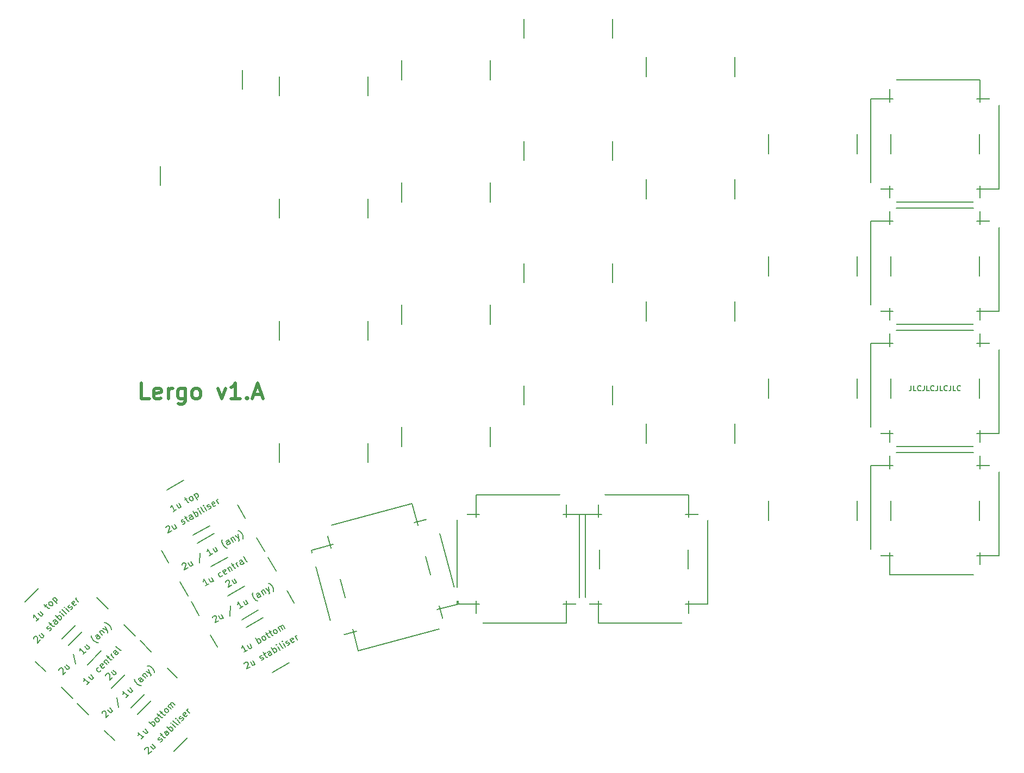
<source format=gto>
%TF.GenerationSoftware,KiCad,Pcbnew,5.1.12-84ad8e8a86~92~ubuntu20.04.1*%
%TF.CreationDate,2021-11-14T23:56:41+01:00*%
%TF.ProjectId,LergoTopPlate_LessRouting,4c657267-6f54-46f7-9050-6c6174655f4c,v1.A*%
%TF.SameCoordinates,Original*%
%TF.FileFunction,Legend,Top*%
%TF.FilePolarity,Positive*%
%FSLAX46Y46*%
G04 Gerber Fmt 4.6, Leading zero omitted, Abs format (unit mm)*
G04 Created by KiCad (PCBNEW 5.1.12-84ad8e8a86~92~ubuntu20.04.1) date 2021-11-14 23:56:41*
%MOMM*%
%LPD*%
G01*
G04 APERTURE LIST*
%ADD10C,0.500000*%
%ADD11C,0.200000*%
%ADD12C,0.150000*%
%ADD13C,2.000000*%
%ADD14C,0.500000*%
%ADD15C,2.200000*%
%ADD16C,5.300000*%
%ADD17C,1.200000*%
%ADD18C,2.500000*%
G04 APERTURE END LIST*
D10*
X103804761Y-93155952D02*
X102614285Y-93155952D01*
X102614285Y-90655952D01*
X105590476Y-93036904D02*
X105352380Y-93155952D01*
X104876190Y-93155952D01*
X104638095Y-93036904D01*
X104519047Y-92798809D01*
X104519047Y-91846428D01*
X104638095Y-91608333D01*
X104876190Y-91489285D01*
X105352380Y-91489285D01*
X105590476Y-91608333D01*
X105709523Y-91846428D01*
X105709523Y-92084523D01*
X104519047Y-92322619D01*
X106780952Y-93155952D02*
X106780952Y-91489285D01*
X106780952Y-91965476D02*
X106900000Y-91727380D01*
X107019047Y-91608333D01*
X107257142Y-91489285D01*
X107495238Y-91489285D01*
X109400000Y-91489285D02*
X109400000Y-93513095D01*
X109280952Y-93751190D01*
X109161904Y-93870238D01*
X108923809Y-93989285D01*
X108566666Y-93989285D01*
X108328571Y-93870238D01*
X109400000Y-93036904D02*
X109161904Y-93155952D01*
X108685714Y-93155952D01*
X108447619Y-93036904D01*
X108328571Y-92917857D01*
X108209523Y-92679761D01*
X108209523Y-91965476D01*
X108328571Y-91727380D01*
X108447619Y-91608333D01*
X108685714Y-91489285D01*
X109161904Y-91489285D01*
X109400000Y-91608333D01*
X110947619Y-93155952D02*
X110709523Y-93036904D01*
X110590476Y-92917857D01*
X110471428Y-92679761D01*
X110471428Y-91965476D01*
X110590476Y-91727380D01*
X110709523Y-91608333D01*
X110947619Y-91489285D01*
X111304761Y-91489285D01*
X111542857Y-91608333D01*
X111661904Y-91727380D01*
X111780952Y-91965476D01*
X111780952Y-92679761D01*
X111661904Y-92917857D01*
X111542857Y-93036904D01*
X111304761Y-93155952D01*
X110947619Y-93155952D01*
X114519047Y-91489285D02*
X115114285Y-93155952D01*
X115709523Y-91489285D01*
X117971428Y-93155952D02*
X116542857Y-93155952D01*
X117257142Y-93155952D02*
X117257142Y-90655952D01*
X117019047Y-91013095D01*
X116780952Y-91251190D01*
X116542857Y-91370238D01*
X119042857Y-92917857D02*
X119161904Y-93036904D01*
X119042857Y-93155952D01*
X118923809Y-93036904D01*
X119042857Y-92917857D01*
X119042857Y-93155952D01*
X120114285Y-92441666D02*
X121304761Y-92441666D01*
X119876190Y-93155952D02*
X120709523Y-90655952D01*
X121542857Y-93155952D01*
D11*
X173910000Y-116620000D02*
X173910000Y-119620000D01*
X187710000Y-116620000D02*
X187710000Y-119620000D01*
X133521883Y-121246963D02*
X134298340Y-124144740D01*
X146851660Y-117675260D02*
X147628117Y-120573037D01*
X219300000Y-109050000D02*
X219300000Y-112050000D01*
X233100000Y-109050000D02*
X233100000Y-112050000D01*
X219300000Y-90000000D02*
X219300000Y-93000000D01*
X233100000Y-90000000D02*
X233100000Y-93000000D01*
X219300000Y-70950000D02*
X219300000Y-73950000D01*
X233100000Y-70950000D02*
X233100000Y-73950000D01*
X219300000Y-51900000D02*
X219300000Y-54900000D01*
X233100000Y-51900000D02*
X233100000Y-54900000D01*
X92322673Y-128430575D02*
X90201353Y-130551896D01*
X104069479Y-140177393D02*
X101948164Y-142298707D01*
X95650489Y-124121649D02*
X97418256Y-125889416D01*
X99893129Y-128364290D02*
X101660896Y-130132057D01*
X102368003Y-130839164D02*
X104135770Y-132606931D01*
X106610644Y-135081804D02*
X108170698Y-136641859D01*
X86100128Y-134087435D02*
X87660182Y-135647490D01*
X90135056Y-138122363D02*
X91902823Y-139890130D01*
X92609930Y-140597237D02*
X94377697Y-142365004D01*
X96852570Y-144839878D02*
X98412625Y-146399932D01*
X100052234Y-136160136D02*
X97930914Y-138281457D01*
X96339924Y-132447826D02*
X94218603Y-134569146D01*
X93317042Y-129424944D02*
X91195722Y-131546265D01*
X103075116Y-139183018D02*
X100953795Y-141304338D01*
X109810302Y-145918216D02*
X107688987Y-148039530D01*
X86581844Y-122689758D02*
X84460524Y-124811078D01*
X113203765Y-112894727D02*
X110605689Y-114394727D01*
X121510008Y-127281579D02*
X118911939Y-128781575D01*
X117533420Y-109593926D02*
X118783420Y-111758990D01*
X120533420Y-114790079D02*
X121783420Y-116955142D01*
X122283420Y-117821168D02*
X123533420Y-119986231D01*
X125283420Y-123017320D02*
X126386545Y-124927989D01*
X105729145Y-116748321D02*
X106832270Y-118658990D01*
X108582270Y-121690079D02*
X109832270Y-123855142D01*
X110332270Y-124721168D02*
X111582270Y-126886231D01*
X113332270Y-129917320D02*
X114435395Y-131827989D01*
X118669390Y-122361468D02*
X116071314Y-123861468D01*
X116044390Y-117814834D02*
X113446314Y-119314834D01*
X113906890Y-114112576D02*
X111308814Y-115612576D01*
X120806890Y-126063726D02*
X118208814Y-127563726D01*
X125569383Y-134312622D02*
X122971314Y-135812618D01*
X109144383Y-105863688D02*
X106546307Y-107363688D01*
D12*
X233200000Y-63400000D02*
X219200000Y-63400000D01*
X219200000Y-63400000D02*
X219200000Y-59900000D01*
X233200000Y-63400000D02*
X233200000Y-59900000D01*
X216200000Y-60400000D02*
X216200000Y-46400000D01*
X216200000Y-46400000D02*
X219700000Y-46400000D01*
X216200000Y-60400000D02*
X219700000Y-60400000D01*
X219200000Y-43400000D02*
X219200000Y-46900000D01*
X233200000Y-43400000D02*
X233200000Y-46900000D01*
X219200000Y-43400000D02*
X233200000Y-43400000D01*
X236200000Y-60400000D02*
X232700000Y-60400000D01*
X236200000Y-46400000D02*
X232700000Y-46400000D01*
X236200000Y-46400000D02*
X236200000Y-60400000D01*
X219200000Y-62450000D02*
X233200000Y-62450000D01*
X219200000Y-62450000D02*
X219200000Y-65950000D01*
X233200000Y-62450000D02*
X233200000Y-65950000D01*
X216200000Y-79450000D02*
X216200000Y-65450000D01*
X216200000Y-65450000D02*
X219700000Y-65450000D01*
X216200000Y-79450000D02*
X219700000Y-79450000D01*
X233200000Y-82450000D02*
X233200000Y-78950000D01*
X219200000Y-82450000D02*
X219200000Y-78950000D01*
X233200000Y-82450000D02*
X219200000Y-82450000D01*
X236200000Y-65450000D02*
X232700000Y-65450000D01*
X236200000Y-79450000D02*
X232700000Y-79450000D01*
X236200000Y-65450000D02*
X236200000Y-79450000D01*
X219200000Y-81500000D02*
X233200000Y-81500000D01*
X233200000Y-81500000D02*
X233200000Y-85000000D01*
X219200000Y-81500000D02*
X219200000Y-85000000D01*
X236200000Y-84500000D02*
X236200000Y-98500000D01*
X236200000Y-98500000D02*
X232700000Y-98500000D01*
X236200000Y-84500000D02*
X232700000Y-84500000D01*
X233200000Y-101500000D02*
X233200000Y-98000000D01*
X219200000Y-101500000D02*
X219200000Y-98000000D01*
X233200000Y-101500000D02*
X219200000Y-101500000D01*
X216200000Y-84500000D02*
X219700000Y-84500000D01*
X216200000Y-98500000D02*
X219700000Y-98500000D01*
X216200000Y-98500000D02*
X216200000Y-84500000D01*
X233200000Y-120550000D02*
X219200000Y-120550000D01*
X233200000Y-120550000D02*
X233200000Y-117050000D01*
X219200000Y-120550000D02*
X219200000Y-117050000D01*
X236200000Y-103550000D02*
X236200000Y-117550000D01*
X236200000Y-117550000D02*
X232700000Y-117550000D01*
X236200000Y-103550000D02*
X232700000Y-103550000D01*
X219200000Y-100550000D02*
X219200000Y-104050000D01*
X233200000Y-100550000D02*
X233200000Y-104050000D01*
X219200000Y-100550000D02*
X233200000Y-100550000D01*
X216200000Y-117550000D02*
X219700000Y-117550000D01*
X216200000Y-103550000D02*
X219700000Y-103550000D01*
X216200000Y-117550000D02*
X216200000Y-103550000D01*
X187810000Y-128120000D02*
X173810000Y-128120000D01*
X173810000Y-128120000D02*
X173810000Y-124620000D01*
X187810000Y-128120000D02*
X187810000Y-124620000D01*
X170810000Y-125120000D02*
X170810000Y-111120000D01*
X170810000Y-111120000D02*
X174310000Y-111120000D01*
X170810000Y-125120000D02*
X174310000Y-125120000D01*
X173810000Y-108120000D02*
X173810000Y-111620000D01*
X187810000Y-108120000D02*
X187810000Y-111620000D01*
X173810000Y-108120000D02*
X187810000Y-108120000D01*
X190810000Y-125120000D02*
X187310000Y-125120000D01*
X190810000Y-111120000D02*
X187310000Y-111120000D01*
X190810000Y-111120000D02*
X190810000Y-125120000D01*
X171760000Y-111120000D02*
X171760000Y-125120000D01*
X171760000Y-111120000D02*
X168260000Y-111120000D01*
X171760000Y-125120000D02*
X168260000Y-125120000D01*
X154760000Y-108120000D02*
X168760000Y-108120000D01*
X168760000Y-108120000D02*
X168760000Y-111620000D01*
X154760000Y-108120000D02*
X154760000Y-111620000D01*
X151760000Y-125120000D02*
X155260000Y-125120000D01*
X151760000Y-111120000D02*
X155260000Y-111120000D01*
X151760000Y-125120000D02*
X151760000Y-111120000D01*
X168760000Y-128120000D02*
X168760000Y-124620000D01*
X154760000Y-128120000D02*
X154760000Y-124620000D01*
X168760000Y-128120000D02*
X154760000Y-128120000D01*
X149920537Y-128760778D02*
X136397576Y-132384245D01*
X136397576Y-132384245D02*
X135491709Y-129003504D01*
X149920537Y-128760778D02*
X149014671Y-125380038D01*
X132723341Y-130262924D02*
X129099874Y-116739963D01*
X129099874Y-116739963D02*
X132480615Y-115834096D01*
X132723341Y-130262924D02*
X136104081Y-129357058D01*
X131221195Y-113065728D02*
X132127061Y-116446468D01*
X144744156Y-109442261D02*
X145650023Y-112823002D01*
X131221195Y-113065728D02*
X144744156Y-109442261D01*
X152041858Y-125086543D02*
X148661117Y-125992410D01*
X148418391Y-111563582D02*
X145037651Y-112469448D01*
X148418391Y-111563582D02*
X152041858Y-125086543D01*
D11*
X124050000Y-42900000D02*
X124050000Y-45900000D01*
X137850000Y-42900000D02*
X137850000Y-45900000D01*
X143100000Y-59450000D02*
X143100000Y-62450000D01*
X156900000Y-59450000D02*
X156900000Y-62450000D01*
X200250000Y-70950000D02*
X200250000Y-73950000D01*
X214050000Y-70950000D02*
X214050000Y-73950000D01*
X200250000Y-90000000D02*
X200250000Y-93000000D01*
X214050000Y-90000000D02*
X214050000Y-93000000D01*
X181200000Y-78000000D02*
X181200000Y-81000000D01*
X195000000Y-78000000D02*
X195000000Y-81000000D01*
X162150000Y-72000000D02*
X162150000Y-75000000D01*
X175950000Y-72000000D02*
X175950000Y-75000000D01*
X124050000Y-81000000D02*
X124050000Y-84000000D01*
X137850000Y-81000000D02*
X137850000Y-84000000D01*
X143100000Y-78500000D02*
X143100000Y-81500000D01*
X156900000Y-78500000D02*
X156900000Y-81500000D01*
X124050000Y-100050000D02*
X124050000Y-103050000D01*
X137850000Y-100050000D02*
X137850000Y-103050000D01*
X124050000Y-61950000D02*
X124050000Y-64950000D01*
X137850000Y-61950000D02*
X137850000Y-64950000D01*
X143100000Y-40400000D02*
X143100000Y-43400000D01*
X156900000Y-40400000D02*
X156900000Y-43400000D01*
X162150000Y-91050000D02*
X162150000Y-94050000D01*
X175950000Y-91050000D02*
X175950000Y-94050000D01*
X162150000Y-52950000D02*
X162150000Y-55950000D01*
X175950000Y-52950000D02*
X175950000Y-55950000D01*
X162150000Y-33900000D02*
X162150000Y-36900000D01*
X175950000Y-33900000D02*
X175950000Y-36900000D01*
X181200000Y-97050000D02*
X181200000Y-100050000D01*
X195000000Y-97050000D02*
X195000000Y-100050000D01*
X181200000Y-58950000D02*
X181200000Y-61950000D01*
X195000000Y-58950000D02*
X195000000Y-61950000D01*
X181200000Y-39900000D02*
X181200000Y-42900000D01*
X195000000Y-39900000D02*
X195000000Y-42900000D01*
X200250000Y-109050000D02*
X200250000Y-112050000D01*
X214050000Y-109050000D02*
X214050000Y-112050000D01*
X200250000Y-51900000D02*
X200250000Y-54900000D01*
X214050000Y-51900000D02*
X214050000Y-54900000D01*
X143100000Y-97550000D02*
X143100000Y-100550000D01*
X156900000Y-97550000D02*
X156900000Y-100550000D01*
X105500000Y-56887500D02*
X105500000Y-59887500D01*
X118300000Y-41887500D02*
X118300000Y-44887500D01*
D12*
X103011134Y-145685039D02*
X102607073Y-146089100D01*
X102809103Y-145887069D02*
X102101996Y-145179962D01*
X102135668Y-145348321D01*
X102135668Y-145483008D01*
X102101996Y-145584023D01*
X103145821Y-144607543D02*
X103617225Y-145078947D01*
X102842775Y-144910588D02*
X103213164Y-145280978D01*
X103314179Y-145314649D01*
X103415195Y-145280978D01*
X103516210Y-145179962D01*
X103549882Y-145078947D01*
X103549882Y-145011604D01*
X104492691Y-144203482D02*
X103785584Y-143496375D01*
X104054958Y-143765749D02*
X104088630Y-143664734D01*
X104223317Y-143530047D01*
X104324332Y-143496375D01*
X104391675Y-143496375D01*
X104492691Y-143530047D01*
X104694721Y-143732077D01*
X104728393Y-143833092D01*
X104728393Y-143900436D01*
X104694721Y-144001451D01*
X104560034Y-144136138D01*
X104459019Y-144169810D01*
X105233469Y-143462703D02*
X105132454Y-143496375D01*
X105065110Y-143496375D01*
X104964095Y-143462703D01*
X104762065Y-143260673D01*
X104728393Y-143159657D01*
X104728393Y-143092314D01*
X104762065Y-142991299D01*
X104863080Y-142890283D01*
X104964095Y-142856612D01*
X105031439Y-142856612D01*
X105132454Y-142890283D01*
X105334484Y-143092314D01*
X105368156Y-143193329D01*
X105368156Y-143260673D01*
X105334484Y-143361688D01*
X105233469Y-143462703D01*
X105199797Y-142553566D02*
X105469171Y-142284192D01*
X105065110Y-142216848D02*
X105671202Y-142822940D01*
X105772217Y-142856612D01*
X105873232Y-142822940D01*
X105940576Y-142755596D01*
X105603858Y-142149505D02*
X105873232Y-141880131D01*
X105469171Y-141812787D02*
X106075263Y-142418879D01*
X106176278Y-142452551D01*
X106277293Y-142418879D01*
X106344637Y-142351535D01*
X106681354Y-142014818D02*
X106580339Y-142048490D01*
X106512996Y-142048490D01*
X106411980Y-142014818D01*
X106209950Y-141812787D01*
X106176278Y-141711772D01*
X106176278Y-141644429D01*
X106209950Y-141543413D01*
X106310965Y-141442398D01*
X106411980Y-141408726D01*
X106479324Y-141408726D01*
X106580339Y-141442398D01*
X106782370Y-141644429D01*
X106816041Y-141745444D01*
X106816041Y-141812787D01*
X106782370Y-141913803D01*
X106681354Y-142014818D01*
X107220102Y-141476070D02*
X106748698Y-141004665D01*
X106816041Y-141072009D02*
X106816041Y-141004665D01*
X106849713Y-140903650D01*
X106950728Y-140802635D01*
X107051744Y-140768963D01*
X107152759Y-140802635D01*
X107523148Y-141173024D01*
X107152759Y-140802635D02*
X107119087Y-140701620D01*
X107152759Y-140600604D01*
X107253774Y-140499589D01*
X107354789Y-140465917D01*
X107455805Y-140499589D01*
X107826194Y-140869978D01*
X85788032Y-130515914D02*
X85788032Y-130448570D01*
X85821704Y-130347555D01*
X85990062Y-130179196D01*
X86091078Y-130145525D01*
X86158421Y-130145525D01*
X86259436Y-130179196D01*
X86326780Y-130246540D01*
X86394123Y-130381227D01*
X86394123Y-131189349D01*
X86831856Y-130751616D01*
X86966543Y-129674120D02*
X87437948Y-130145525D01*
X86663497Y-129977166D02*
X87033887Y-130347555D01*
X87134902Y-130381227D01*
X87235917Y-130347555D01*
X87336932Y-130246540D01*
X87370604Y-130145525D01*
X87370604Y-130078181D01*
X88246070Y-129270059D02*
X88347085Y-129236387D01*
X88481772Y-129101700D01*
X88515444Y-129000685D01*
X88481772Y-128899670D01*
X88448100Y-128865998D01*
X88347085Y-128832326D01*
X88246070Y-128865998D01*
X88145054Y-128967013D01*
X88044039Y-129000685D01*
X87943024Y-128967013D01*
X87909352Y-128933342D01*
X87875680Y-128832326D01*
X87909352Y-128731311D01*
X88010367Y-128630296D01*
X88111383Y-128596624D01*
X88313413Y-128327250D02*
X88582787Y-128057876D01*
X88178726Y-127990533D02*
X88784818Y-128596624D01*
X88885833Y-128630296D01*
X88986848Y-128596624D01*
X89054192Y-128529281D01*
X89592940Y-127990533D02*
X89222550Y-127620143D01*
X89121535Y-127586472D01*
X89020520Y-127620143D01*
X88885833Y-127754830D01*
X88852161Y-127855846D01*
X89559268Y-127956861D02*
X89525596Y-128057876D01*
X89357238Y-128226235D01*
X89256222Y-128259907D01*
X89155207Y-128226235D01*
X89087863Y-128158891D01*
X89054192Y-128057876D01*
X89087863Y-127956861D01*
X89256222Y-127788502D01*
X89289894Y-127687487D01*
X89929657Y-127653815D02*
X89222550Y-126946708D01*
X89491925Y-127216082D02*
X89525596Y-127115067D01*
X89660283Y-126980380D01*
X89761299Y-126946708D01*
X89828642Y-126946708D01*
X89929657Y-126980380D01*
X90131688Y-127182410D01*
X90165360Y-127283426D01*
X90165360Y-127350769D01*
X90131688Y-127451784D01*
X89997001Y-127586472D01*
X89895986Y-127620143D01*
X90569421Y-127014052D02*
X90098016Y-126542647D01*
X89862314Y-126306945D02*
X89862314Y-126374288D01*
X89929657Y-126374288D01*
X89929657Y-126306945D01*
X89862314Y-126306945D01*
X89929657Y-126374288D01*
X91007153Y-126576319D02*
X90906138Y-126609991D01*
X90805123Y-126576319D01*
X90199031Y-125970227D01*
X91276527Y-126306945D02*
X90805123Y-125835540D01*
X90569421Y-125599838D02*
X90569421Y-125667182D01*
X90636764Y-125667182D01*
X90636764Y-125599838D01*
X90569421Y-125599838D01*
X90636764Y-125667182D01*
X91545901Y-125970227D02*
X91646917Y-125936556D01*
X91781604Y-125801869D01*
X91815275Y-125700853D01*
X91781604Y-125599838D01*
X91747932Y-125566166D01*
X91646917Y-125532495D01*
X91545901Y-125566166D01*
X91444886Y-125667182D01*
X91343871Y-125700853D01*
X91242856Y-125667182D01*
X91209184Y-125633510D01*
X91175512Y-125532495D01*
X91209184Y-125431479D01*
X91310199Y-125330464D01*
X91411214Y-125296792D01*
X92421367Y-125094762D02*
X92387695Y-125195777D01*
X92253008Y-125330464D01*
X92151993Y-125364136D01*
X92050978Y-125330464D01*
X91781604Y-125061090D01*
X91747932Y-124960075D01*
X91781604Y-124859060D01*
X91916291Y-124724373D01*
X92017306Y-124690701D01*
X92118321Y-124724373D01*
X92185665Y-124791716D01*
X91916291Y-125195777D01*
X92791756Y-124791716D02*
X92320352Y-124320312D01*
X92455039Y-124454999D02*
X92421367Y-124353983D01*
X92421367Y-124286640D01*
X92455039Y-124185625D01*
X92522382Y-124118281D01*
X86680333Y-127367605D02*
X86276272Y-127771666D01*
X86478303Y-127569636D02*
X85771196Y-126862529D01*
X85804868Y-127030888D01*
X85804868Y-127165575D01*
X85771196Y-127266590D01*
X86815020Y-126290109D02*
X87286425Y-126761514D01*
X86511974Y-126593155D02*
X86882364Y-126963544D01*
X86983379Y-126997216D01*
X87084394Y-126963544D01*
X87185409Y-126862529D01*
X87219081Y-126761514D01*
X87219081Y-126694170D01*
X87589471Y-125515659D02*
X87858845Y-125246285D01*
X87454783Y-125178941D02*
X88060875Y-125785033D01*
X88161890Y-125818705D01*
X88262906Y-125785033D01*
X88330249Y-125717689D01*
X88666967Y-125380972D02*
X88565951Y-125414643D01*
X88498608Y-125414643D01*
X88397593Y-125380972D01*
X88195562Y-125178941D01*
X88161890Y-125077926D01*
X88161890Y-125010582D01*
X88195562Y-124909567D01*
X88296577Y-124808552D01*
X88397593Y-124774880D01*
X88464936Y-124774880D01*
X88565951Y-124808552D01*
X88767982Y-125010582D01*
X88801654Y-125111598D01*
X88801654Y-125178941D01*
X88767982Y-125279956D01*
X88666967Y-125380972D01*
X88734310Y-124370819D02*
X89441417Y-125077926D01*
X88767982Y-124404491D02*
X88801654Y-124303476D01*
X88936341Y-124168789D01*
X89037356Y-124135117D01*
X89104699Y-124135117D01*
X89205715Y-124168789D01*
X89407745Y-124370819D01*
X89441417Y-124471834D01*
X89441417Y-124539178D01*
X89407745Y-124640193D01*
X89273058Y-124774880D01*
X89172043Y-124808552D01*
X103112149Y-147840031D02*
X103112149Y-147772687D01*
X103145821Y-147671672D01*
X103314179Y-147503313D01*
X103415195Y-147469642D01*
X103482538Y-147469642D01*
X103583553Y-147503313D01*
X103650897Y-147570657D01*
X103718240Y-147705344D01*
X103718240Y-148513466D01*
X104155973Y-148075733D01*
X104290660Y-146998237D02*
X104762065Y-147469642D01*
X103987614Y-147301283D02*
X104358004Y-147671672D01*
X104459019Y-147705344D01*
X104560034Y-147671672D01*
X104661049Y-147570657D01*
X104694721Y-147469642D01*
X104694721Y-147402298D01*
X105570187Y-146594176D02*
X105671202Y-146560504D01*
X105805889Y-146425817D01*
X105839561Y-146324802D01*
X105805889Y-146223787D01*
X105772217Y-146190115D01*
X105671202Y-146156443D01*
X105570187Y-146190115D01*
X105469171Y-146291130D01*
X105368156Y-146324802D01*
X105267141Y-146291130D01*
X105233469Y-146257459D01*
X105199797Y-146156443D01*
X105233469Y-146055428D01*
X105334484Y-145954413D01*
X105435500Y-145920741D01*
X105637530Y-145651367D02*
X105906904Y-145381993D01*
X105502843Y-145314650D02*
X106108935Y-145920741D01*
X106209950Y-145954413D01*
X106310965Y-145920741D01*
X106378309Y-145853398D01*
X106917057Y-145314650D02*
X106546667Y-144944260D01*
X106445652Y-144910589D01*
X106344637Y-144944260D01*
X106209950Y-145078947D01*
X106176278Y-145179963D01*
X106883385Y-145280978D02*
X106849713Y-145381993D01*
X106681355Y-145550352D01*
X106580339Y-145584024D01*
X106479324Y-145550352D01*
X106411980Y-145483008D01*
X106378309Y-145381993D01*
X106411980Y-145280978D01*
X106580339Y-145112619D01*
X106614011Y-145011604D01*
X107253774Y-144977932D02*
X106546667Y-144270825D01*
X106816042Y-144540199D02*
X106849713Y-144439184D01*
X106984400Y-144304497D01*
X107085416Y-144270825D01*
X107152759Y-144270825D01*
X107253774Y-144304497D01*
X107455805Y-144506527D01*
X107489477Y-144607543D01*
X107489477Y-144674886D01*
X107455805Y-144775901D01*
X107321118Y-144910589D01*
X107220103Y-144944260D01*
X107893538Y-144338169D02*
X107422133Y-143866764D01*
X107186431Y-143631062D02*
X107186431Y-143698405D01*
X107253774Y-143698405D01*
X107253774Y-143631062D01*
X107186431Y-143631062D01*
X107253774Y-143698405D01*
X108331270Y-143900436D02*
X108230255Y-143934108D01*
X108129240Y-143900436D01*
X107523148Y-143294344D01*
X108600644Y-143631062D02*
X108129240Y-143159657D01*
X107893538Y-142923955D02*
X107893538Y-142991299D01*
X107960881Y-142991299D01*
X107960881Y-142923955D01*
X107893538Y-142923955D01*
X107960881Y-142991299D01*
X108870018Y-143294344D02*
X108971034Y-143260673D01*
X109105721Y-143125986D01*
X109139392Y-143024970D01*
X109105721Y-142923955D01*
X109072049Y-142890283D01*
X108971034Y-142856612D01*
X108870018Y-142890283D01*
X108769003Y-142991299D01*
X108667988Y-143024970D01*
X108566973Y-142991299D01*
X108533301Y-142957627D01*
X108499629Y-142856612D01*
X108533301Y-142755596D01*
X108634316Y-142654581D01*
X108735331Y-142620909D01*
X109745484Y-142418879D02*
X109711812Y-142519894D01*
X109577125Y-142654581D01*
X109476110Y-142688253D01*
X109375095Y-142654581D01*
X109105721Y-142385207D01*
X109072049Y-142284192D01*
X109105721Y-142183177D01*
X109240408Y-142048490D01*
X109341423Y-142014818D01*
X109442438Y-142048490D01*
X109509782Y-142115833D01*
X109240408Y-142519894D01*
X110115873Y-142115833D02*
X109644469Y-141644429D01*
X109779156Y-141779116D02*
X109745484Y-141678100D01*
X109745484Y-141610757D01*
X109779156Y-141509742D01*
X109846499Y-141442398D01*
X89736886Y-135441249D02*
X89736886Y-135373906D01*
X89770558Y-135272891D01*
X89938917Y-135104532D01*
X90039932Y-135070860D01*
X90107276Y-135070860D01*
X90208291Y-135104532D01*
X90275634Y-135171875D01*
X90342978Y-135306562D01*
X90342978Y-136114684D01*
X90780711Y-135676952D01*
X90915398Y-134599455D02*
X91386802Y-135070860D01*
X90612352Y-134902501D02*
X90982741Y-135272891D01*
X91083757Y-135306562D01*
X91184772Y-135272891D01*
X91285787Y-135171875D01*
X91319459Y-135070860D01*
X91319459Y-135003517D01*
X92026566Y-132949540D02*
X92329611Y-134464768D01*
X93912184Y-132545479D02*
X93508123Y-132949540D01*
X93710153Y-132747509D02*
X93003046Y-132040402D01*
X93036718Y-132208761D01*
X93036718Y-132343448D01*
X93003046Y-132444463D01*
X94046871Y-131467983D02*
X94518275Y-131939387D01*
X93743825Y-131771028D02*
X94114214Y-132141418D01*
X94215229Y-132175089D01*
X94316245Y-132141418D01*
X94417260Y-132040402D01*
X94450932Y-131939387D01*
X94450932Y-131872044D01*
X95865145Y-131131265D02*
X95797802Y-131131265D01*
X95629443Y-131097593D01*
X95528428Y-131063922D01*
X95393741Y-130996578D01*
X95191710Y-130861891D01*
X95057023Y-130727204D01*
X94922336Y-130525174D01*
X94854993Y-130390487D01*
X94821321Y-130289471D01*
X94787649Y-130121113D01*
X94787649Y-130053769D01*
X96168191Y-130289471D02*
X95797802Y-129919082D01*
X95696786Y-129885410D01*
X95595771Y-129919082D01*
X95461084Y-130053769D01*
X95427412Y-130154784D01*
X96134519Y-130255800D02*
X96100847Y-130356815D01*
X95932489Y-130525174D01*
X95831473Y-130558845D01*
X95730458Y-130525174D01*
X95663115Y-130457830D01*
X95629443Y-130356815D01*
X95663115Y-130255800D01*
X95831473Y-130087441D01*
X95865145Y-129986426D01*
X96033504Y-129481349D02*
X96504908Y-129952754D01*
X96100847Y-129548693D02*
X96100847Y-129481349D01*
X96134519Y-129380334D01*
X96235534Y-129279319D01*
X96336550Y-129245647D01*
X96437565Y-129279319D01*
X96807954Y-129649708D01*
X96605924Y-128908929D02*
X97245687Y-129211975D01*
X96942641Y-128572212D02*
X97245687Y-129211975D01*
X97346702Y-129447678D01*
X97346702Y-129515021D01*
X97313031Y-129616036D01*
X97885450Y-129110960D02*
X97885450Y-129043616D01*
X97851779Y-128875258D01*
X97818107Y-128774242D01*
X97750763Y-128639555D01*
X97616076Y-128437525D01*
X97481389Y-128302838D01*
X97279359Y-128168151D01*
X97144672Y-128100807D01*
X97043657Y-128067136D01*
X96875298Y-128033464D01*
X96807954Y-128033464D01*
X96454401Y-142158764D02*
X96454401Y-142091421D01*
X96488073Y-141990406D01*
X96656432Y-141822047D01*
X96757447Y-141788375D01*
X96824791Y-141788375D01*
X96925806Y-141822047D01*
X96993149Y-141889390D01*
X97060493Y-142024077D01*
X97060493Y-142832199D01*
X97498226Y-142394467D01*
X97632913Y-141316970D02*
X98104317Y-141788375D01*
X97329867Y-141620016D02*
X97700256Y-141990406D01*
X97801272Y-142024077D01*
X97902287Y-141990406D01*
X98003302Y-141889390D01*
X98036974Y-141788375D01*
X98036974Y-141721032D01*
X98744081Y-139667055D02*
X99047126Y-141182283D01*
X100629699Y-139262994D02*
X100225638Y-139667055D01*
X100427668Y-139465024D02*
X99720561Y-138757917D01*
X99754233Y-138926276D01*
X99754233Y-139060963D01*
X99720561Y-139161978D01*
X100764386Y-138185498D02*
X101235790Y-138656902D01*
X100461340Y-138488543D02*
X100831729Y-138858933D01*
X100932744Y-138892604D01*
X101033760Y-138858933D01*
X101134775Y-138757917D01*
X101168447Y-138656902D01*
X101168447Y-138589559D01*
X102582660Y-137848780D02*
X102515317Y-137848780D01*
X102346958Y-137815108D01*
X102245943Y-137781437D01*
X102111256Y-137714093D01*
X101909225Y-137579406D01*
X101774538Y-137444719D01*
X101639851Y-137242689D01*
X101572508Y-137108002D01*
X101538836Y-137006986D01*
X101505164Y-136838628D01*
X101505164Y-136771284D01*
X102885706Y-137006986D02*
X102515317Y-136636597D01*
X102414301Y-136602925D01*
X102313286Y-136636597D01*
X102178599Y-136771284D01*
X102144927Y-136872299D01*
X102852034Y-136973315D02*
X102818362Y-137074330D01*
X102650004Y-137242689D01*
X102548988Y-137276360D01*
X102447973Y-137242689D01*
X102380630Y-137175345D01*
X102346958Y-137074330D01*
X102380630Y-136973315D01*
X102548988Y-136804956D01*
X102582660Y-136703941D01*
X102751019Y-136198864D02*
X103222423Y-136670269D01*
X102818362Y-136266208D02*
X102818362Y-136198864D01*
X102852034Y-136097849D01*
X102953049Y-135996834D01*
X103054065Y-135963162D01*
X103155080Y-135996834D01*
X103525469Y-136367223D01*
X103323439Y-135626444D02*
X103963202Y-135929490D01*
X103660156Y-135289727D02*
X103963202Y-135929490D01*
X104064217Y-136165193D01*
X104064217Y-136232536D01*
X104030546Y-136333551D01*
X104602965Y-135828475D02*
X104602965Y-135761131D01*
X104569294Y-135592773D01*
X104535622Y-135491757D01*
X104468278Y-135357070D01*
X104333591Y-135155040D01*
X104198904Y-135020353D01*
X103996874Y-134885666D01*
X103862187Y-134818322D01*
X103761172Y-134784651D01*
X103592813Y-134750979D01*
X103525469Y-134750979D01*
X94526694Y-137234271D02*
X94122633Y-137638332D01*
X94324663Y-137436301D02*
X93617556Y-136729194D01*
X93651228Y-136897553D01*
X93651228Y-137032240D01*
X93617556Y-137133255D01*
X94661381Y-136156775D02*
X95132785Y-136628179D01*
X94358335Y-136459820D02*
X94728724Y-136830210D01*
X94829739Y-136863881D01*
X94930755Y-136830210D01*
X95031770Y-136729194D01*
X95065442Y-136628179D01*
X95065442Y-136560836D01*
X96277625Y-135415996D02*
X96243953Y-135517011D01*
X96109266Y-135651698D01*
X96008251Y-135685370D01*
X95940907Y-135685370D01*
X95839892Y-135651698D01*
X95637861Y-135449668D01*
X95604190Y-135348653D01*
X95604190Y-135281309D01*
X95637861Y-135180294D01*
X95772548Y-135045607D01*
X95873564Y-135011935D01*
X96850045Y-134843576D02*
X96816373Y-134944592D01*
X96681686Y-135079279D01*
X96580671Y-135112950D01*
X96479655Y-135079279D01*
X96210281Y-134809905D01*
X96176609Y-134708889D01*
X96210281Y-134607874D01*
X96344968Y-134473187D01*
X96445984Y-134439515D01*
X96546999Y-134473187D01*
X96614342Y-134540530D01*
X96344968Y-134944592D01*
X96749029Y-134069126D02*
X97220434Y-134540530D01*
X96816373Y-134136469D02*
X96816373Y-134069126D01*
X96850045Y-133968111D01*
X96951060Y-133867095D01*
X97052075Y-133833424D01*
X97153090Y-133867095D01*
X97523480Y-134237485D01*
X97287777Y-133530378D02*
X97557151Y-133261004D01*
X97153090Y-133193660D02*
X97759182Y-133799752D01*
X97860197Y-133833424D01*
X97961212Y-133799752D01*
X98028556Y-133732408D01*
X98264258Y-133496706D02*
X97792854Y-133025302D01*
X97927541Y-133159989D02*
X97893869Y-133058973D01*
X97893869Y-132991630D01*
X97927541Y-132890615D01*
X97994884Y-132823271D01*
X99005037Y-132755928D02*
X98634647Y-132385538D01*
X98533632Y-132351867D01*
X98432617Y-132385538D01*
X98297930Y-132520225D01*
X98264258Y-132621241D01*
X98971365Y-132722256D02*
X98937693Y-132823271D01*
X98769334Y-132991630D01*
X98668319Y-133025302D01*
X98567304Y-132991630D01*
X98499960Y-132924286D01*
X98466289Y-132823271D01*
X98499960Y-132722256D01*
X98668319Y-132553897D01*
X98701991Y-132452882D01*
X99442769Y-132318195D02*
X99341754Y-132351867D01*
X99240739Y-132318195D01*
X98634647Y-131712103D01*
X97018403Y-136291461D02*
X97018403Y-136224118D01*
X97052074Y-136123102D01*
X97220433Y-135954743D01*
X97321448Y-135921072D01*
X97388792Y-135921072D01*
X97489807Y-135954743D01*
X97557151Y-136022087D01*
X97624494Y-136156774D01*
X97624494Y-136964896D01*
X98062227Y-136527163D01*
X98196914Y-135449667D02*
X98668319Y-135921072D01*
X97893868Y-135752713D02*
X98264258Y-136123102D01*
X98365273Y-136156774D01*
X98466288Y-136123102D01*
X98567303Y-136022087D01*
X98600975Y-135921072D01*
X98600975Y-135853728D01*
X119062241Y-132327635D02*
X118567369Y-132613350D01*
X118814805Y-132470493D02*
X118314805Y-131604467D01*
X118303755Y-131775804D01*
X118268895Y-131905902D01*
X118210226Y-131994760D01*
X119471215Y-131321714D02*
X119804548Y-131899064D01*
X119100061Y-131535999D02*
X119361966Y-131989632D01*
X119450824Y-132048301D01*
X119557113Y-132041921D01*
X119680830Y-131970493D01*
X119739500Y-131881634D01*
X119756929Y-131816585D01*
X120876770Y-131280016D02*
X120376770Y-130413991D01*
X120567246Y-130743905D02*
X120625916Y-130655047D01*
X120790873Y-130559809D01*
X120897161Y-130553429D01*
X120962210Y-130570859D01*
X121051068Y-130629528D01*
X121193925Y-130876964D01*
X121200305Y-130983252D01*
X121182875Y-131048301D01*
X121124206Y-131137159D01*
X120959249Y-131232397D01*
X120852961Y-131238777D01*
X121784035Y-130756207D02*
X121677747Y-130762587D01*
X121612698Y-130745157D01*
X121523840Y-130686488D01*
X121380983Y-130439052D01*
X121374603Y-130332764D01*
X121392033Y-130267715D01*
X121450702Y-130178857D01*
X121574420Y-130107428D01*
X121680708Y-130101048D01*
X121745757Y-130118478D01*
X121834615Y-130177147D01*
X121977472Y-130424583D01*
X121983852Y-130530871D01*
X121966422Y-130595920D01*
X121907753Y-130684778D01*
X121784035Y-130756207D01*
X121986813Y-129869333D02*
X122316727Y-129678857D01*
X121943864Y-129509229D02*
X122372435Y-130251537D01*
X122461294Y-130310206D01*
X122567582Y-130303826D01*
X122650060Y-130256207D01*
X122481684Y-129583619D02*
X122811599Y-129393142D01*
X122438736Y-129223515D02*
X122867307Y-129965822D01*
X122956165Y-130024491D01*
X123062453Y-130018112D01*
X123144932Y-129970493D01*
X123557325Y-129732397D02*
X123451037Y-129738777D01*
X123385988Y-129721347D01*
X123297130Y-129662678D01*
X123154273Y-129415242D01*
X123147893Y-129308954D01*
X123165323Y-129243905D01*
X123223992Y-129155047D01*
X123347710Y-129083619D01*
X123453998Y-129077239D01*
X123519047Y-129094669D01*
X123607905Y-129153338D01*
X123750762Y-129400773D01*
X123757142Y-129507062D01*
X123739712Y-129572110D01*
X123681043Y-129660969D01*
X123557325Y-129732397D01*
X124217154Y-129351445D02*
X123883821Y-128774095D01*
X123931440Y-128856573D02*
X123948869Y-128791525D01*
X124007539Y-128702666D01*
X124131256Y-128631238D01*
X124237545Y-128624858D01*
X124326403Y-128683527D01*
X124588308Y-129137159D01*
X124326403Y-128683527D02*
X124320023Y-128577239D01*
X124378692Y-128488380D01*
X124502410Y-128416952D01*
X124608698Y-128410572D01*
X124697557Y-128469241D01*
X124959461Y-128922874D01*
X106352061Y-113217721D02*
X106369491Y-113152672D01*
X106428160Y-113063814D01*
X106634356Y-112944766D01*
X106740645Y-112938387D01*
X106805693Y-112955816D01*
X106894552Y-113014485D01*
X106942171Y-113096964D01*
X106972360Y-113244492D01*
X106763203Y-114025077D01*
X107299314Y-113715554D01*
X107708288Y-112709632D02*
X108041621Y-113286982D01*
X107337134Y-112923918D02*
X107599039Y-113377550D01*
X107687897Y-113436219D01*
X107794185Y-113429839D01*
X107917903Y-113358411D01*
X107976572Y-113269552D01*
X107994002Y-113204504D01*
X109048794Y-112650505D02*
X109155082Y-112644125D01*
X109320040Y-112548887D01*
X109378709Y-112460029D01*
X109372329Y-112353741D01*
X109348519Y-112312501D01*
X109259661Y-112253832D01*
X109153373Y-112260212D01*
X109029655Y-112331640D01*
X108923367Y-112338020D01*
X108834509Y-112279351D01*
X108810699Y-112238112D01*
X108804319Y-112131824D01*
X108862988Y-112042965D01*
X108986706Y-111971537D01*
X109092994Y-111965157D01*
X109357860Y-111757251D02*
X109687775Y-111566775D01*
X109314911Y-111397147D02*
X109743483Y-112139455D01*
X109832341Y-112198124D01*
X109938629Y-112191744D01*
X110021108Y-112144125D01*
X110680937Y-111763173D02*
X110419032Y-111309540D01*
X110330174Y-111250871D01*
X110223885Y-111257251D01*
X110058928Y-111352489D01*
X110000259Y-111441347D01*
X110657127Y-111721933D02*
X110598458Y-111810792D01*
X110392262Y-111929839D01*
X110285973Y-111936219D01*
X110197115Y-111877550D01*
X110149496Y-111795071D01*
X110143116Y-111688783D01*
X110201785Y-111599925D01*
X110407982Y-111480877D01*
X110466651Y-111392019D01*
X111093330Y-111525077D02*
X110593330Y-110659052D01*
X110783806Y-110988967D02*
X110842475Y-110900108D01*
X111007432Y-110804870D01*
X111113720Y-110798490D01*
X111178769Y-110815920D01*
X111267628Y-110874589D01*
X111410485Y-111122025D01*
X111416864Y-111228313D01*
X111399435Y-111293362D01*
X111340766Y-111382220D01*
X111175808Y-111477458D01*
X111069520Y-111483838D01*
X111876877Y-111072697D02*
X111543543Y-110495346D01*
X111376877Y-110206671D02*
X111359447Y-110271720D01*
X111424496Y-110289150D01*
X111441925Y-110224101D01*
X111376877Y-110206671D01*
X111424496Y-110289150D01*
X112412988Y-110763173D02*
X112306699Y-110769552D01*
X112217841Y-110710883D01*
X111789270Y-109968576D01*
X112742902Y-110572697D02*
X112409569Y-109995346D01*
X112242902Y-109706671D02*
X112225472Y-109771720D01*
X112290521Y-109789150D01*
X112307951Y-109724101D01*
X112242902Y-109706671D01*
X112290521Y-109789150D01*
X113090246Y-110317171D02*
X113196534Y-110310792D01*
X113361492Y-110215554D01*
X113420161Y-110126695D01*
X113413781Y-110020407D01*
X113389971Y-109979168D01*
X113301113Y-109920499D01*
X113194825Y-109926879D01*
X113071107Y-109998307D01*
X112964819Y-110004687D01*
X112875960Y-109946018D01*
X112852151Y-109904778D01*
X112845771Y-109798490D01*
X112904440Y-109709632D01*
X113028158Y-109638203D01*
X113134446Y-109631824D01*
X114162468Y-109698124D02*
X114103799Y-109786982D01*
X113938842Y-109882220D01*
X113832554Y-109888600D01*
X113743695Y-109829931D01*
X113553219Y-109500017D01*
X113546839Y-109393728D01*
X113605508Y-109304870D01*
X113770466Y-109209632D01*
X113876754Y-109203252D01*
X113965612Y-109261921D01*
X114013231Y-109344400D01*
X113648457Y-109664974D01*
X114598671Y-109501268D02*
X114265337Y-108923918D01*
X114360575Y-109088875D02*
X114354196Y-108982587D01*
X114371625Y-108917538D01*
X114430295Y-108828680D01*
X114512773Y-108781061D01*
X108028800Y-110407633D02*
X107533929Y-110693347D01*
X107781365Y-110550490D02*
X107281365Y-109684464D01*
X107270314Y-109855801D01*
X107235455Y-109985899D01*
X107176786Y-110074757D01*
X108437775Y-109401711D02*
X108771108Y-109979061D01*
X108066621Y-109615997D02*
X108328526Y-110069629D01*
X108417384Y-110128298D01*
X108523672Y-110121918D01*
X108647390Y-110050490D01*
X108706059Y-109961631D01*
X108723489Y-109896582D01*
X109386279Y-108854092D02*
X109716193Y-108663616D01*
X109343330Y-108493988D02*
X109771901Y-109236296D01*
X109860760Y-109294965D01*
X109967048Y-109288585D01*
X110049526Y-109240966D01*
X110461919Y-109002871D02*
X110355631Y-109009250D01*
X110290582Y-108991821D01*
X110201724Y-108933151D01*
X110058867Y-108685716D01*
X110052487Y-108579428D01*
X110069917Y-108514379D01*
X110128586Y-108425520D01*
X110252304Y-108354092D01*
X110358592Y-108347712D01*
X110423641Y-108365142D01*
X110512499Y-108423811D01*
X110655356Y-108671247D01*
X110661736Y-108777535D01*
X110644306Y-108842584D01*
X110585637Y-108931442D01*
X110461919Y-109002871D01*
X110788415Y-108044568D02*
X111288415Y-108910593D01*
X110812224Y-108085807D02*
X110870893Y-107996949D01*
X111035851Y-107901711D01*
X111142139Y-107895331D01*
X111207188Y-107912761D01*
X111296046Y-107971430D01*
X111438903Y-108218866D01*
X111445283Y-108325154D01*
X111427853Y-108390203D01*
X111369184Y-108479061D01*
X111204227Y-108574299D01*
X111097939Y-108580679D01*
X118602061Y-134435343D02*
X118619491Y-134370294D01*
X118678160Y-134281436D01*
X118884356Y-134162388D01*
X118990645Y-134156009D01*
X119055693Y-134173438D01*
X119144552Y-134232107D01*
X119192171Y-134314586D01*
X119222360Y-134462114D01*
X119013203Y-135242699D01*
X119549314Y-134933176D01*
X119958288Y-133927254D02*
X120291621Y-134504604D01*
X119587134Y-134141540D02*
X119849039Y-134595172D01*
X119937897Y-134653841D01*
X120044185Y-134647461D01*
X120167903Y-134576033D01*
X120226572Y-134487174D01*
X120244002Y-134422126D01*
X121298794Y-133868127D02*
X121405082Y-133861747D01*
X121570040Y-133766509D01*
X121628709Y-133677651D01*
X121622329Y-133571363D01*
X121598519Y-133530123D01*
X121509661Y-133471454D01*
X121403373Y-133477834D01*
X121279655Y-133549262D01*
X121173367Y-133555642D01*
X121084509Y-133496973D01*
X121060699Y-133455734D01*
X121054319Y-133349446D01*
X121112988Y-133260587D01*
X121236706Y-133189159D01*
X121342994Y-133182779D01*
X121607860Y-132974873D02*
X121937775Y-132784397D01*
X121564911Y-132614769D02*
X121993483Y-133357077D01*
X122082341Y-133415746D01*
X122188629Y-133409366D01*
X122271108Y-133361747D01*
X122930937Y-132980795D02*
X122669032Y-132527162D01*
X122580174Y-132468493D01*
X122473885Y-132474873D01*
X122308928Y-132570111D01*
X122250259Y-132658969D01*
X122907127Y-132939555D02*
X122848458Y-133028414D01*
X122642262Y-133147461D01*
X122535973Y-133153841D01*
X122447115Y-133095172D01*
X122399496Y-133012693D01*
X122393116Y-132906405D01*
X122451785Y-132817547D01*
X122657982Y-132698499D01*
X122716651Y-132609641D01*
X123343330Y-132742699D02*
X122843330Y-131876674D01*
X123033806Y-132206589D02*
X123092475Y-132117730D01*
X123257432Y-132022492D01*
X123363720Y-132016112D01*
X123428769Y-132033542D01*
X123517628Y-132092211D01*
X123660485Y-132339647D01*
X123666864Y-132445935D01*
X123649435Y-132510984D01*
X123590766Y-132599842D01*
X123425808Y-132695080D01*
X123319520Y-132701460D01*
X124126877Y-132290319D02*
X123793543Y-131712968D01*
X123626877Y-131424293D02*
X123609447Y-131489342D01*
X123674496Y-131506772D01*
X123691925Y-131441723D01*
X123626877Y-131424293D01*
X123674496Y-131506772D01*
X124662988Y-131980795D02*
X124556699Y-131987174D01*
X124467841Y-131928505D01*
X124039270Y-131186198D01*
X124992902Y-131790319D02*
X124659569Y-131212968D01*
X124492902Y-130924293D02*
X124475472Y-130989342D01*
X124540521Y-131006772D01*
X124557951Y-130941723D01*
X124492902Y-130924293D01*
X124540521Y-131006772D01*
X125340246Y-131534793D02*
X125446534Y-131528414D01*
X125611492Y-131433176D01*
X125670161Y-131344317D01*
X125663781Y-131238029D01*
X125639971Y-131196790D01*
X125551113Y-131138121D01*
X125444825Y-131144501D01*
X125321107Y-131215929D01*
X125214819Y-131222309D01*
X125125960Y-131163640D01*
X125102151Y-131122400D01*
X125095771Y-131016112D01*
X125154440Y-130927254D01*
X125278158Y-130855825D01*
X125384446Y-130849446D01*
X126412468Y-130915746D02*
X126353799Y-131004604D01*
X126188842Y-131099842D01*
X126082554Y-131106222D01*
X125993695Y-131047553D01*
X125803219Y-130717639D01*
X125796839Y-130611350D01*
X125855508Y-130522492D01*
X126020466Y-130427254D01*
X126126754Y-130420874D01*
X126215612Y-130479543D01*
X126263231Y-130562022D01*
X125898457Y-130882596D01*
X126848671Y-130718890D02*
X126515337Y-130141540D01*
X126610575Y-130306497D02*
X126604196Y-130200209D01*
X126621625Y-130135160D01*
X126680295Y-130046302D01*
X126762773Y-129998683D01*
X108891591Y-118997268D02*
X108909021Y-118932219D01*
X108967690Y-118843361D01*
X109173887Y-118724313D01*
X109280175Y-118717934D01*
X109345224Y-118735363D01*
X109434082Y-118794033D01*
X109481701Y-118876511D01*
X109511890Y-119024039D01*
X109302733Y-119804625D01*
X109838844Y-119495101D01*
X110247818Y-118489179D02*
X110581151Y-119066529D01*
X109876664Y-118703465D02*
X110138569Y-119157097D01*
X110227427Y-119215766D01*
X110333715Y-119209386D01*
X110457433Y-119137958D01*
X110516102Y-119049100D01*
X110533532Y-118984051D01*
X111748153Y-117183074D02*
X111648703Y-118725107D01*
X113674099Y-117280815D02*
X113179227Y-117566529D01*
X113426663Y-117423672D02*
X112926663Y-116557647D01*
X112915613Y-116728984D01*
X112880754Y-116859081D01*
X112822085Y-116947940D01*
X114083073Y-116274893D02*
X114416407Y-116852244D01*
X113711920Y-116489179D02*
X113973824Y-116942811D01*
X114062683Y-117001480D01*
X114168971Y-116995101D01*
X114292689Y-116923672D01*
X114351358Y-116834814D01*
X114368788Y-116769765D01*
X115926541Y-116420253D02*
X115861492Y-116402824D01*
X115707585Y-116326725D01*
X115618726Y-116268056D01*
X115506058Y-116168147D01*
X115345771Y-115985760D01*
X115250533Y-115820803D01*
X115172725Y-115590797D01*
X115142536Y-115443269D01*
X115136156Y-115336981D01*
X115147206Y-115165644D01*
X115164636Y-115100596D01*
X116437133Y-115685577D02*
X116175228Y-115231945D01*
X116086369Y-115173276D01*
X115980081Y-115179655D01*
X115815124Y-115274893D01*
X115756455Y-115363752D01*
X116413323Y-115644338D02*
X116354654Y-115733196D01*
X116148457Y-115852244D01*
X116042169Y-115858623D01*
X115953311Y-115799954D01*
X115905692Y-115717476D01*
X115899312Y-115611188D01*
X115957981Y-115522329D01*
X116164178Y-115403282D01*
X116222847Y-115314423D01*
X116516192Y-114870131D02*
X116849526Y-115447482D01*
X116563811Y-114952610D02*
X116581241Y-114887561D01*
X116639910Y-114798703D01*
X116763628Y-114727274D01*
X116869916Y-114720895D01*
X116958775Y-114779564D01*
X117220679Y-115233196D01*
X117217260Y-114465370D02*
X117756790Y-114923672D01*
X117629654Y-114227274D02*
X117756790Y-114923672D01*
X117793359Y-115177488D01*
X117775930Y-115242537D01*
X117717260Y-115331395D01*
X118400899Y-114991682D02*
X118418329Y-114926633D01*
X118429379Y-114755296D01*
X118422999Y-114649008D01*
X118392810Y-114501480D01*
X118315001Y-114271474D01*
X118219763Y-114106517D01*
X118059476Y-113924130D01*
X117946808Y-113824222D01*
X117857950Y-113765553D01*
X117704043Y-113689454D01*
X117638994Y-113672024D01*
X113641591Y-127224509D02*
X113659021Y-127159460D01*
X113717690Y-127070602D01*
X113923887Y-126951554D01*
X114030175Y-126945175D01*
X114095224Y-126962604D01*
X114184082Y-127021274D01*
X114231701Y-127103752D01*
X114261890Y-127251280D01*
X114052733Y-128031866D01*
X114588844Y-127722342D01*
X114997818Y-126716420D02*
X115331151Y-127293770D01*
X114626664Y-126930706D02*
X114888569Y-127384338D01*
X114977427Y-127443007D01*
X115083715Y-127436627D01*
X115207433Y-127365199D01*
X115266102Y-127276341D01*
X115283532Y-127211292D01*
X116498153Y-125410315D02*
X116398703Y-126952348D01*
X118424099Y-125508056D02*
X117929227Y-125793770D01*
X118176663Y-125650913D02*
X117676663Y-124784888D01*
X117665613Y-124956225D01*
X117630754Y-125086322D01*
X117572085Y-125175181D01*
X118833073Y-124502134D02*
X119166407Y-125079485D01*
X118461920Y-124716420D02*
X118723824Y-125170052D01*
X118812683Y-125228721D01*
X118918971Y-125222342D01*
X119042689Y-125150913D01*
X119101358Y-125062055D01*
X119118788Y-124997006D01*
X120676541Y-124647494D02*
X120611492Y-124630065D01*
X120457585Y-124553966D01*
X120368726Y-124495297D01*
X120256058Y-124395388D01*
X120095771Y-124213001D01*
X120000533Y-124048044D01*
X119922725Y-123818038D01*
X119892536Y-123670510D01*
X119886156Y-123564222D01*
X119897206Y-123392885D01*
X119914636Y-123327837D01*
X121187133Y-123912818D02*
X120925228Y-123459186D01*
X120836369Y-123400517D01*
X120730081Y-123406896D01*
X120565124Y-123502134D01*
X120506455Y-123590993D01*
X121163323Y-123871579D02*
X121104654Y-123960437D01*
X120898457Y-124079485D01*
X120792169Y-124085864D01*
X120703311Y-124027195D01*
X120655692Y-123944717D01*
X120649312Y-123838429D01*
X120707981Y-123749570D01*
X120914178Y-123630523D01*
X120972847Y-123541664D01*
X121266192Y-123097372D02*
X121599526Y-123674723D01*
X121313811Y-123179851D02*
X121331241Y-123114802D01*
X121389910Y-123025944D01*
X121513628Y-122954515D01*
X121619916Y-122948136D01*
X121708775Y-123006805D01*
X121970679Y-123460437D01*
X121967260Y-122692611D02*
X122506790Y-123150913D01*
X122379654Y-122454515D02*
X122506790Y-123150913D01*
X122543359Y-123404729D01*
X122525930Y-123469778D01*
X122467260Y-123558636D01*
X123150899Y-123218923D02*
X123168329Y-123153874D01*
X123179379Y-122982537D01*
X123172999Y-122876249D01*
X123142810Y-122728721D01*
X123065001Y-122498715D01*
X122969763Y-122333758D01*
X122809476Y-122151371D01*
X122696808Y-122051463D01*
X122607950Y-121992794D01*
X122454043Y-121916695D01*
X122388994Y-121899265D01*
X113054121Y-121968886D02*
X112559250Y-122254601D01*
X112806685Y-122111743D02*
X112306685Y-121245718D01*
X112295635Y-121417055D01*
X112260776Y-121547153D01*
X112202107Y-121636011D01*
X113463095Y-120962965D02*
X113796429Y-121540315D01*
X113091942Y-121177250D02*
X113353846Y-121630883D01*
X113442705Y-121689552D01*
X113548993Y-121683172D01*
X113672711Y-121611743D01*
X113731380Y-121522885D01*
X113748810Y-121457836D01*
X115215995Y-120665742D02*
X115157326Y-120754601D01*
X114992369Y-120849839D01*
X114886080Y-120856218D01*
X114821032Y-120838789D01*
X114732173Y-120780119D01*
X114589316Y-120532684D01*
X114582936Y-120426396D01*
X114600366Y-120361347D01*
X114659035Y-120272488D01*
X114823992Y-120177250D01*
X114930281Y-120170871D01*
X115917063Y-120260980D02*
X115858394Y-120349839D01*
X115693437Y-120445077D01*
X115587149Y-120451456D01*
X115498290Y-120392787D01*
X115307814Y-120062873D01*
X115301434Y-119956585D01*
X115360103Y-119867726D01*
X115525061Y-119772488D01*
X115631349Y-119766109D01*
X115720207Y-119824778D01*
X115767826Y-119907256D01*
X115403052Y-120227830D01*
X116019932Y-119486774D02*
X116353266Y-120064124D01*
X116067551Y-119569253D02*
X116084981Y-119504204D01*
X116143650Y-119415345D01*
X116267368Y-119343917D01*
X116373656Y-119337537D01*
X116462515Y-119396206D01*
X116724419Y-119849839D01*
X116679761Y-119105822D02*
X117009676Y-118915345D01*
X116636812Y-118745718D02*
X117065384Y-119488025D01*
X117154242Y-119546695D01*
X117260530Y-119540315D01*
X117343009Y-119492696D01*
X117631684Y-119326029D02*
X117298351Y-118748679D01*
X117393589Y-118913636D02*
X117387209Y-118807348D01*
X117404639Y-118742299D01*
X117463308Y-118653441D01*
X117545787Y-118605822D01*
X118538949Y-118802220D02*
X118277044Y-118348587D01*
X118188186Y-118289918D01*
X118081898Y-118296298D01*
X117916940Y-118391536D01*
X117858271Y-118480394D01*
X118515139Y-118760980D02*
X118456470Y-118849839D01*
X118250274Y-118968886D01*
X118143985Y-118975266D01*
X118055127Y-118916597D01*
X118007508Y-118834118D01*
X118001128Y-118727830D01*
X118059797Y-118638972D01*
X118265994Y-118519924D01*
X118324663Y-118431066D01*
X119075060Y-118492696D02*
X118968772Y-118499075D01*
X118879913Y-118440406D01*
X118451342Y-117698099D01*
X115704945Y-121703105D02*
X115722375Y-121638056D01*
X115781044Y-121549198D01*
X115987240Y-121430150D01*
X116093528Y-121423770D01*
X116158577Y-121441200D01*
X116247436Y-121499869D01*
X116295055Y-121582348D01*
X116325244Y-121729875D01*
X116116086Y-122510461D01*
X116652197Y-122200937D01*
X117061172Y-121195016D02*
X117394505Y-121772366D01*
X116690018Y-121409301D02*
X116951923Y-121862934D01*
X117040781Y-121921603D01*
X117147069Y-121915223D01*
X117270787Y-121843794D01*
X117329456Y-121754936D01*
X117346886Y-121689887D01*
X222504761Y-91061904D02*
X222504761Y-91633333D01*
X222466666Y-91747619D01*
X222390476Y-91823809D01*
X222276190Y-91861904D01*
X222200000Y-91861904D01*
X223266666Y-91861904D02*
X222885714Y-91861904D01*
X222885714Y-91061904D01*
X223990476Y-91785714D02*
X223952380Y-91823809D01*
X223838095Y-91861904D01*
X223761904Y-91861904D01*
X223647619Y-91823809D01*
X223571428Y-91747619D01*
X223533333Y-91671428D01*
X223495238Y-91519047D01*
X223495238Y-91404761D01*
X223533333Y-91252380D01*
X223571428Y-91176190D01*
X223647619Y-91100000D01*
X223761904Y-91061904D01*
X223838095Y-91061904D01*
X223952380Y-91100000D01*
X223990476Y-91138095D01*
X224561904Y-91061904D02*
X224561904Y-91633333D01*
X224523809Y-91747619D01*
X224447619Y-91823809D01*
X224333333Y-91861904D01*
X224257142Y-91861904D01*
X225323809Y-91861904D02*
X224942857Y-91861904D01*
X224942857Y-91061904D01*
X226047619Y-91785714D02*
X226009523Y-91823809D01*
X225895238Y-91861904D01*
X225819047Y-91861904D01*
X225704761Y-91823809D01*
X225628571Y-91747619D01*
X225590476Y-91671428D01*
X225552380Y-91519047D01*
X225552380Y-91404761D01*
X225590476Y-91252380D01*
X225628571Y-91176190D01*
X225704761Y-91100000D01*
X225819047Y-91061904D01*
X225895238Y-91061904D01*
X226009523Y-91100000D01*
X226047619Y-91138095D01*
X226619047Y-91061904D02*
X226619047Y-91633333D01*
X226580952Y-91747619D01*
X226504761Y-91823809D01*
X226390476Y-91861904D01*
X226314285Y-91861904D01*
X227380952Y-91861904D02*
X227000000Y-91861904D01*
X227000000Y-91061904D01*
X228104761Y-91785714D02*
X228066666Y-91823809D01*
X227952380Y-91861904D01*
X227876190Y-91861904D01*
X227761904Y-91823809D01*
X227685714Y-91747619D01*
X227647619Y-91671428D01*
X227609523Y-91519047D01*
X227609523Y-91404761D01*
X227647619Y-91252380D01*
X227685714Y-91176190D01*
X227761904Y-91100000D01*
X227876190Y-91061904D01*
X227952380Y-91061904D01*
X228066666Y-91100000D01*
X228104761Y-91138095D01*
X228676190Y-91061904D02*
X228676190Y-91633333D01*
X228638095Y-91747619D01*
X228561904Y-91823809D01*
X228447619Y-91861904D01*
X228371428Y-91861904D01*
X229438095Y-91861904D02*
X229057142Y-91861904D01*
X229057142Y-91061904D01*
X230161904Y-91785714D02*
X230123809Y-91823809D01*
X230009523Y-91861904D01*
X229933333Y-91861904D01*
X229819047Y-91823809D01*
X229742857Y-91747619D01*
X229704761Y-91671428D01*
X229666666Y-91519047D01*
X229666666Y-91404761D01*
X229704761Y-91252380D01*
X229742857Y-91176190D01*
X229819047Y-91100000D01*
X229933333Y-91061904D01*
X230009523Y-91061904D01*
X230123809Y-91100000D01*
X230161904Y-91138095D01*
%LPC*%
D13*
X171285000Y-125043750D03*
X190335000Y-111196250D03*
D14*
X173560000Y-118120000D03*
X188060000Y-118120000D03*
D13*
X173886250Y-108595000D03*
X187733750Y-127645000D03*
X152235000Y-111196250D03*
X171285000Y-125043750D03*
D14*
X154510000Y-118120000D03*
X169010000Y-118120000D03*
D13*
X154836250Y-127645000D03*
X168683750Y-108595000D03*
X133166555Y-130063080D03*
X147983445Y-111756920D03*
D14*
X133572038Y-122786438D03*
X147577962Y-119033562D03*
D13*
X131421920Y-113501555D03*
X149728080Y-128318445D03*
X216675000Y-117473750D03*
X235725000Y-103626250D03*
D14*
X218950000Y-110550000D03*
X233450000Y-110550000D03*
D13*
X219276250Y-101025000D03*
X233123750Y-120075000D03*
X216675000Y-98423750D03*
X235725000Y-84576250D03*
D14*
X218950000Y-91500000D03*
X233450000Y-91500000D03*
D13*
X219276250Y-81975000D03*
X233123750Y-101025000D03*
X216675000Y-79373750D03*
X235725000Y-65526250D03*
D14*
X218950000Y-72450000D03*
X233450000Y-72450000D03*
D13*
X219276250Y-62925000D03*
X233123750Y-81975000D03*
X216675000Y-60323750D03*
X235725000Y-46476250D03*
D14*
X218950000Y-53400000D03*
X233450000Y-53400000D03*
D13*
X219276250Y-43875000D03*
X233123750Y-62925000D03*
D15*
X132515357Y-128713975D03*
X151447503Y-123641122D03*
X129694229Y-118185384D03*
X148626375Y-113112531D03*
X87323251Y-117849006D03*
X101182543Y-131708298D03*
X79615787Y-125556470D03*
X93475079Y-139415762D03*
X106945463Y-152886146D03*
X93086171Y-139026854D03*
X114652927Y-145178682D03*
X100793635Y-131319390D03*
X111480544Y-123806366D03*
X101680544Y-106832268D03*
X120920220Y-118356366D03*
X111120220Y-101382268D03*
X132037431Y-128911939D03*
X115063333Y-138711939D03*
X126587431Y-119472263D03*
X109613333Y-129272263D03*
D14*
X138200000Y-44400000D03*
X123700000Y-44400000D03*
X157250000Y-60950000D03*
X142750000Y-60950000D03*
X214400000Y-72450000D03*
X199900000Y-72450000D03*
X214400000Y-91500000D03*
X199900000Y-91500000D03*
X195350000Y-79500000D03*
X180850000Y-79500000D03*
X176300000Y-73500000D03*
X161800000Y-73500000D03*
X138200000Y-82500000D03*
X123700000Y-82500000D03*
X157250000Y-80000000D03*
X142750000Y-80000000D03*
X138200000Y-101550000D03*
X123700000Y-101550000D03*
X138200000Y-63450000D03*
X123700000Y-63450000D03*
X157250000Y-41900000D03*
X142750000Y-41900000D03*
X176300000Y-92550000D03*
X161800000Y-92550000D03*
X176300000Y-54450000D03*
X161800000Y-54450000D03*
X176300000Y-35400000D03*
X161800000Y-35400000D03*
X195350000Y-98550000D03*
X180850000Y-98550000D03*
X195350000Y-60450000D03*
X180850000Y-60450000D03*
X195350000Y-41400000D03*
X180850000Y-41400000D03*
X214400000Y-110550000D03*
X199900000Y-110550000D03*
X214400000Y-53400000D03*
X199900000Y-53400000D03*
X157250000Y-99050000D03*
X142750000Y-99050000D03*
D16*
X232220381Y-136740000D03*
X98638899Y-159529137D03*
X98638899Y-34932171D03*
X232220381Y-37928844D03*
D17*
X209531250Y-39018750D03*
X204768750Y-34256250D03*
D18*
X207150000Y-36637500D03*
D14*
X118650000Y-43387500D03*
X105150000Y-58387500D03*
D13*
X103756250Y-84581250D03*
X120043750Y-30157500D03*
X120043750Y-67912500D03*
X103756250Y-67912500D03*
X103756250Y-30157500D03*
X120043750Y-84581250D03*
X105500000Y-99000000D03*
X169050000Y-104050000D03*
X157143750Y-21659375D03*
M02*

</source>
